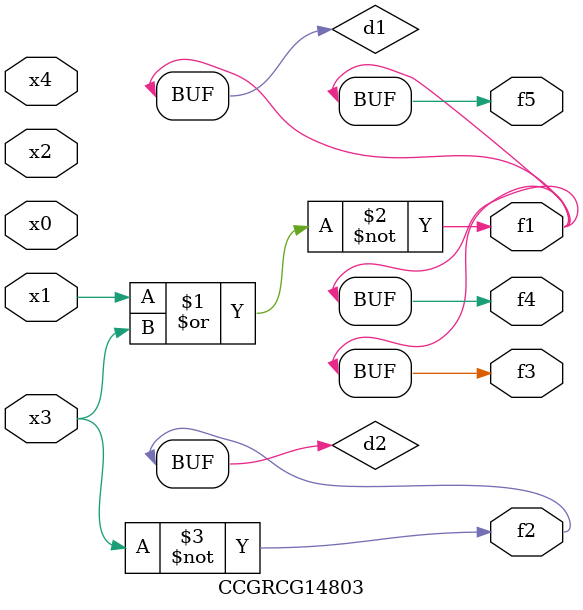
<source format=v>
module CCGRCG14803(
	input x0, x1, x2, x3, x4,
	output f1, f2, f3, f4, f5
);

	wire d1, d2;

	nor (d1, x1, x3);
	not (d2, x3);
	assign f1 = d1;
	assign f2 = d2;
	assign f3 = d1;
	assign f4 = d1;
	assign f5 = d1;
endmodule

</source>
